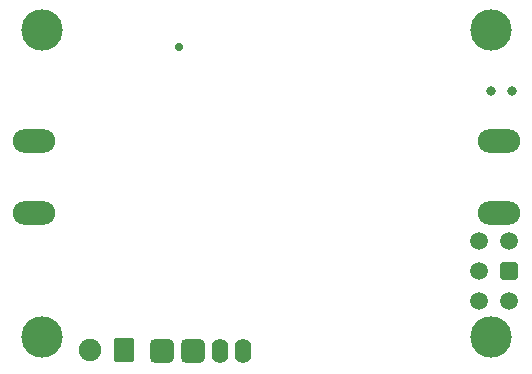
<source format=gbr>
%TF.GenerationSoftware,Altium Limited,Altium Designer,20.1.8 (145)*%
G04 Layer_Color=16711935*
%FSLAX24Y24*%
%MOIN*%
%TF.SameCoordinates,2251247C-4072-41CD-9A68-8E7E2D596FDF*%
%TF.FilePolarity,Negative*%
%TF.FileFunction,Soldermask,Bot*%
%TF.Part,Single*%
G01*
G75*
%TA.AperFunction,ViaPad*%
%ADD36C,0.0276*%
%TA.AperFunction,ComponentPad*%
%ADD37C,0.0591*%
G04:AMPARAMS|DCode=38|XSize=59.1mil|YSize=59.1mil|CornerRadius=5.9mil|HoleSize=0mil|Usage=FLASHONLY|Rotation=180.000|XOffset=0mil|YOffset=0mil|HoleType=Round|Shape=RoundedRectangle|*
%AMROUNDEDRECTD38*
21,1,0.0591,0.0472,0,0,180.0*
21,1,0.0472,0.0591,0,0,180.0*
1,1,0.0118,-0.0236,0.0236*
1,1,0.0118,0.0236,0.0236*
1,1,0.0118,0.0236,-0.0236*
1,1,0.0118,-0.0236,-0.0236*
%
%ADD38ROUNDEDRECTD38*%
%ADD49C,0.0315*%
G04:AMPARAMS|DCode=50|XSize=66.9mil|YSize=82.7mil|CornerRadius=8.3mil|HoleSize=0mil|Usage=FLASHONLY|Rotation=0.000|XOffset=0mil|YOffset=0mil|HoleType=Round|Shape=RoundedRectangle|*
%AMROUNDEDRECTD50*
21,1,0.0669,0.0661,0,0,0.0*
21,1,0.0504,0.0827,0,0,0.0*
1,1,0.0165,0.0252,-0.0331*
1,1,0.0165,-0.0252,-0.0331*
1,1,0.0165,-0.0252,0.0331*
1,1,0.0165,0.0252,0.0331*
%
%ADD50ROUNDEDRECTD50*%
%ADD51C,0.0748*%
%TA.AperFunction,ViaPad*%
%ADD52O,0.1417X0.0787*%
%ADD53C,0.1378*%
%TA.AperFunction,ComponentPad*%
G04:AMPARAMS|DCode=54|XSize=55.1mil|YSize=82.7mil|CornerRadius=27.6mil|HoleSize=0mil|Usage=FLASHONLY|Rotation=0.000|XOffset=0mil|YOffset=0mil|HoleType=Round|Shape=RoundedRectangle|*
%AMROUNDEDRECTD54*
21,1,0.0551,0.0276,0,0,0.0*
21,1,0.0000,0.0827,0,0,0.0*
1,1,0.0551,0.0000,-0.0138*
1,1,0.0551,0.0000,-0.0138*
1,1,0.0551,0.0000,0.0138*
1,1,0.0551,0.0000,0.0138*
%
%ADD54ROUNDEDRECTD54*%
G04:AMPARAMS|DCode=55|XSize=82.7mil|YSize=82.7mil|CornerRadius=21.7mil|HoleSize=0mil|Usage=FLASHONLY|Rotation=0.000|XOffset=0mil|YOffset=0mil|HoleType=Round|Shape=RoundedRectangle|*
%AMROUNDEDRECTD55*
21,1,0.0827,0.0394,0,0,0.0*
21,1,0.0394,0.0827,0,0,0.0*
1,1,0.0433,0.0197,-0.0197*
1,1,0.0433,-0.0197,-0.0197*
1,1,0.0433,-0.0197,0.0197*
1,1,0.0433,0.0197,0.0197*
%
%ADD55ROUNDEDRECTD55*%
D36*
X5759Y10852D02*
D03*
D37*
X15735Y4379D02*
D03*
Y3379D02*
D03*
Y2379D02*
D03*
X16735D02*
D03*
Y4379D02*
D03*
D38*
Y3379D02*
D03*
D49*
X16139Y9370D02*
D03*
X16848D02*
D03*
D50*
X3926Y749D02*
D03*
D51*
X2779D02*
D03*
D52*
X915Y7697D02*
D03*
Y5295D02*
D03*
X16407Y7697D02*
D03*
Y5295D02*
D03*
D53*
X16142Y11417D02*
D03*
Y1181D02*
D03*
X1181D02*
D03*
Y11417D02*
D03*
D54*
X7899Y699D02*
D03*
X7107D02*
D03*
D55*
X6219D02*
D03*
X5199Y709D02*
D03*
%TF.MD5,d25fc2c1311247c5a4ec0eaa9a77e706*%
M02*

</source>
